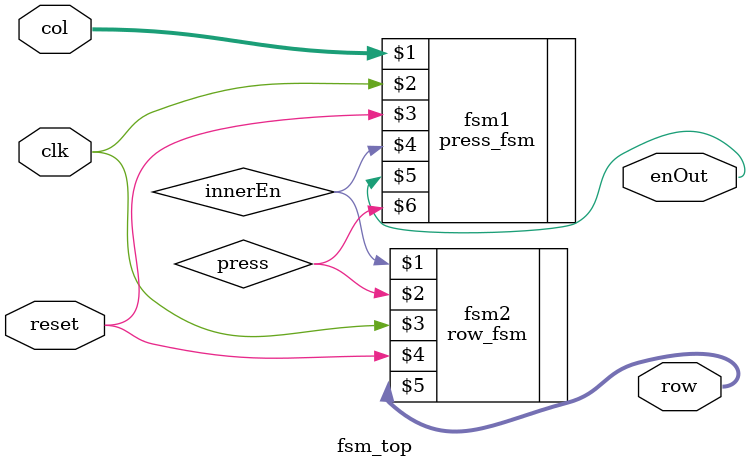
<source format=sv>
module fsm_top(
    input  logic [3:0] col,
    input  logic clk, reset,
    output logic [3:0] row,
    output logic enOut
);
    logic innerEn, press;
    press_fsm fsm1(col, clk, reset, innerEn, enOut, press);
    row_fsm fsm2(innerEn, press, clk, reset, row);
endmodule
</source>
